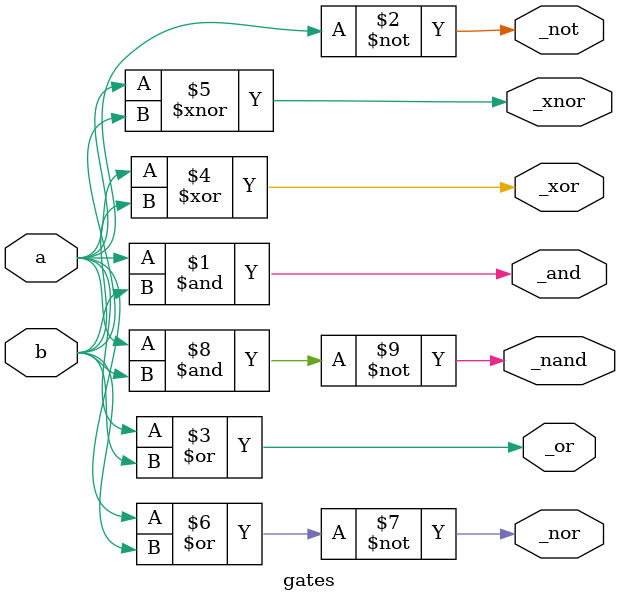
<source format=v>
`timescale 1ns / 1ps

`timescale 1ns/1ps
module gates(
    input a,b,
    output _and , _not , _or , _xor, _xnor, _nand, _nor
    );
assign _and = a & b;
assign _not = (~a);
assign _or = a | b;
assign _xor = a ^ b;
assign _xnor = a ~^ b;
assign _nor = ~(a | b);
assign _nand = ~(a & b);
endmodule

</source>
